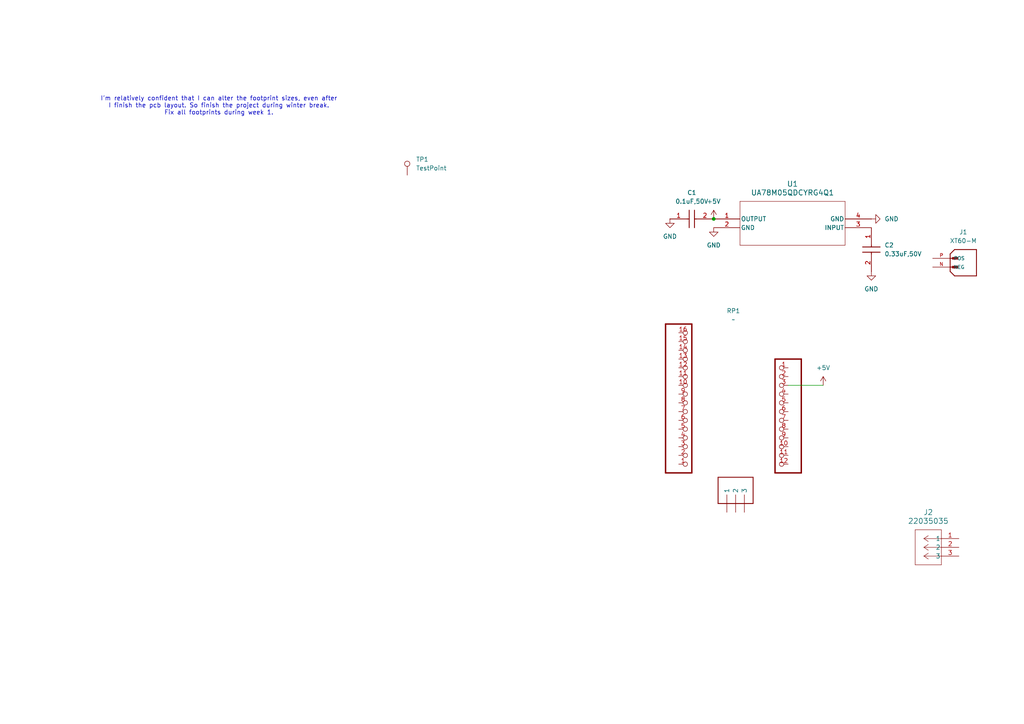
<source format=kicad_sch>
(kicad_sch (version 20231120) (generator "eeschema") (generator_version "8.0")
  (paper "A4")
  (lib_symbols
    (symbol "Connector:TestPoint" (pin_numbers hide) (pin_names (offset 0.762) hide)
      (property "Reference" "TP" (at 0 6.858 0))
      (property "Value" "TestPoint" (at 0 5.08 0))
      (symbol "TestPoint_0_1"
        (circle (center 0 3.302) (radius 0.762))
      )
      (symbol "TestPoint_1_1"
        (pin passive line (at 0 0 90) (length 2.54) (name "1") (number "1"))
      )
    )
    (symbol "SMV_Custom:3-pin Mini Molex Spox" (pin_names (offset 0.254))
      (property "Reference" "J" (at 8.89 6.35 0))
      (property "Value" "22035035" (at -3.81 3.81 0))
      (symbol "3-pin Mini Molex Spox_1_1"
        (polyline (pts (xy 5.08 -7.62) (xy 12.7 -7.62)) (stroke (width 0.127)))
        (polyline (pts (xy 5.08 2.54) (xy 5.08 -7.62)) (stroke (width 0.127)))
        (polyline (pts (xy 10.16 -5.08) (xy 5.08 -5.08)) (stroke (width 0.127)))
        (polyline (pts (xy 10.16 -5.08) (xy 8.89 -5.9267)) (stroke (width 0.127)))
        (polyline (pts (xy 10.16 -5.08) (xy 8.89 -4.2333)) (stroke (width 0.127)))
        (polyline (pts (xy 10.16 -2.54) (xy 5.08 -2.54)) (stroke (width 0.127)))
        (polyline (pts (xy 10.16 -2.54) (xy 8.89 -3.3867)) (stroke (width 0.127)))
        (polyline (pts (xy 10.16 -2.54) (xy 8.89 -1.6933)) (stroke (width 0.127)))
        (polyline (pts (xy 10.16 0) (xy 5.08 0)) (stroke (width 0.127)))
        (polyline (pts (xy 10.16 0) (xy 8.89 -0.8467)) (stroke (width 0.127)))
        (polyline (pts (xy 10.16 0) (xy 8.89 0.8467)) (stroke (width 0.127)))
        (polyline (pts (xy 12.7 -7.62) (xy 12.7 2.54)) (stroke (width 0.127)))
        (polyline (pts (xy 12.7 2.54) (xy 5.08 2.54)) (stroke (width 0.127)))
        (pin unspecified line (at 0 0 0) (length 5.08) (name "1") (number "1"))
        (pin unspecified line (at 0 -2.54 0) (length 5.08) (name "2") (number "2"))
        (pin unspecified line (at 0 -5.08 0) (length 5.08) (name "3") (number "3"))
      )
      (symbol "3-pin Mini Molex Spox_1_2"
        (polyline (pts (xy 5.08 -7.62) (xy 12.7 -7.62)) (stroke (width 0.127)))
        (polyline (pts (xy 5.08 2.54) (xy 5.08 -7.62)) (stroke (width 0.127)))
        (polyline (pts (xy 7.62 -5.08) (xy 5.08 -5.08)) (stroke (width 0.127)))
        (polyline (pts (xy 7.62 -5.08) (xy 8.89 -5.9267)) (stroke (width 0.127)))
        (polyline (pts (xy 7.62 -5.08) (xy 8.89 -4.2333)) (stroke (width 0.127)))
        (polyline (pts (xy 7.62 -2.54) (xy 5.08 -2.54)) (stroke (width 0.127)))
        (polyline (pts (xy 7.62 -2.54) (xy 8.89 -3.3867)) (stroke (width 0.127)))
        (polyline (pts (xy 7.62 -2.54) (xy 8.89 -1.6933)) (stroke (width 0.127)))
        (polyline (pts (xy 7.62 0) (xy 5.08 0)) (stroke (width 0.127)))
        (polyline (pts (xy 7.62 0) (xy 8.89 -0.8467)) (stroke (width 0.127)))
        (polyline (pts (xy 7.62 0) (xy 8.89 0.8467)) (stroke (width 0.127)))
        (polyline (pts (xy 12.7 -7.62) (xy 12.7 2.54)) (stroke (width 0.127)))
        (polyline (pts (xy 12.7 2.54) (xy 5.08 2.54)) (stroke (width 0.127)))
        (pin unspecified line (at 0 0 0) (length 5.08) (name "1") (number "1"))
        (pin unspecified line (at 0 -2.54 0) (length 5.08) (name "2") (number "2"))
        (pin unspecified line (at 0 -5.08 0) (length 5.08) (name "3") (number "3"))
      )
    )
    (symbol "SMV_Custom:C0805C104K5RACTU" (pin_names hide)
      (property "Reference" "C" (at 5.588 4.572 0))
      (property "Value" "0.1uF,50V" (at 8.89 3.81 0))
      (symbol "C0805C104K5RACTU_1_1"
        (polyline (pts (xy 5.08 0) (xy 5.588 0)) (stroke (width 0.254)))
        (polyline (pts (xy 5.588 2.54) (xy 5.588 -2.54)) (stroke (width 0.254)))
        (polyline (pts (xy 7.112 0) (xy 7.62 0)) (stroke (width 0.254)))
        (polyline (pts (xy 7.112 2.54) (xy 7.112 -2.54)) (stroke (width 0.254)))
        (pin passive line (at 0 0 0) (length 5.08) (name "1") (number "1"))
        (pin passive line (at 12.7 0 180) (length 5.08) (name "2") (number "2"))
      )
    )
    (symbol "SMV_Custom:C0805C334K5RACTU" (pin_names hide)
      (property "Reference" "C" (at 8.89 6.35 0))
      (property "Value" "0.33uF,50V" (at 8.89 3.81 0))
      (symbol "C0805C334K5RACTU_1_1"
        (polyline (pts (xy 5.08 0) (xy 5.588 0)) (stroke (width 0.254)))
        (polyline (pts (xy 5.588 2.54) (xy 5.588 -2.54)) (stroke (width 0.254)))
        (polyline (pts (xy 7.112 0) (xy 7.62 0)) (stroke (width 0.254)))
        (polyline (pts (xy 7.112 2.54) (xy 7.112 -2.54)) (stroke (width 0.254)))
        (pin passive line (at 0 0 0) (length 5.08) (name "1") (number "1"))
        (pin passive line (at 12.7 0 180) (length 5.08) (name "2") (number "2"))
      )
    )
    (symbol "SMV_Custom:RP2040"
      (property "Reference" "RP" (at 0 39.37 0))
      (symbol "RP2040_1_0"
        (polyline (pts (xy -20.32 -8.89) (xy -20.32 34.29)) (stroke (width 0.4064)))
        (polyline (pts (xy -20.32 34.29) (xy -12.7 34.29)) (stroke (width 0.4064)))
        (polyline (pts (xy -12.7 -8.89) (xy -20.32 -8.89)) (stroke (width 0.4064)))
        (polyline (pts (xy -12.7 34.29) (xy -12.7 -8.89)) (stroke (width 0.4064)))
        (polyline (pts (xy -5.08 -17.78) (xy 5.08 -17.78)) (stroke (width 0.254)))
        (polyline (pts (xy -5.08 -10.16) (xy -5.08 -17.78)) (stroke (width 0.254)))
        (polyline (pts (xy 5.08 -17.78) (xy 5.08 -10.16)) (stroke (width 0.254)))
        (polyline (pts (xy 5.08 -10.16) (xy -5.08 -10.16)) (stroke (width 0.254)))
        (polyline (pts (xy 11.43 -8.89) (xy 11.43 24.13)) (stroke (width 0.4064)))
        (polyline (pts (xy 11.43 24.13) (xy 19.05 24.13)) (stroke (width 0.4064)))
        (polyline (pts (xy 19.05 -8.89) (xy 11.43 -8.89)) (stroke (width 0.4064)))
        (polyline (pts (xy 19.05 24.13) (xy 19.05 -8.89)) (stroke (width 0.4064)))
        (pin passive inverted (at -16.51 -6.35 0) (length 2.54) (name "1") (number "1"))
        (pin passive line (at -2.54 -20.32 90) (length 5.08) (name "1") (number "1"))
        (pin passive inverted (at 15.24 21.59 180) (length 2.54) (name "1") (number "1"))
        (pin passive inverted (at -16.51 16.51 0) (length 2.54) (name "10") (number "10"))
        (pin passive inverted (at 15.24 -1.27 180) (length 2.54) (name "10") (number "10"))
        (pin passive inverted (at -16.51 19.05 0) (length 2.54) (name "11") (number "11"))
        (pin passive inverted (at 15.24 -3.81 180) (length 2.54) (name "11") (number "11"))
        (pin passive inverted (at -16.51 21.59 0) (length 2.54) (name "12") (number "12"))
        (pin passive inverted (at 15.24 -6.35 180) (length 2.54) (name "12") (number "12"))
        (pin passive inverted (at -16.51 24.13 0) (length 2.54) (name "13") (number "13"))
        (pin passive inverted (at -16.51 26.67 0) (length 2.54) (name "14") (number "14"))
        (pin passive inverted (at -16.51 29.21 0) (length 2.54) (name "15") (number "15"))
        (pin passive inverted (at -16.51 31.75 0) (length 2.54) (name "16") (number "16"))
        (pin passive inverted (at -16.51 -3.81 0) (length 2.54) (name "2") (number "2"))
        (pin passive line (at 0 -20.32 90) (length 5.08) (name "2") (number "2"))
        (pin passive inverted (at 15.24 19.05 180) (length 2.54) (name "2") (number "2"))
        (pin passive inverted (at -16.51 -1.27 0) (length 2.54) (name "3") (number "3"))
        (pin passive line (at 2.54 -20.32 90) (length 5.08) (name "3") (number "3"))
        (pin passive inverted (at 15.24 16.51 180) (length 2.54) (name "3") (number "3"))
        (pin passive inverted (at -16.51 1.27 0) (length 2.54) (name "4") (number "4"))
        (pin passive inverted (at 15.24 13.97 180) (length 2.54) (name "4") (number "4"))
        (pin passive inverted (at -16.51 3.81 0) (length 2.54) (name "5") (number "5"))
        (pin passive inverted (at 15.24 11.43 180) (length 2.54) (name "5") (number "5"))
        (pin passive inverted (at -16.51 6.35 0) (length 2.54) (name "6") (number "6"))
        (pin passive inverted (at 15.24 8.89 180) (length 2.54) (name "6") (number "6"))
        (pin passive inverted (at -16.51 8.89 0) (length 2.54) (name "7") (number "7"))
        (pin passive inverted (at 15.24 6.35 180) (length 2.54) (name "7") (number "7"))
        (pin passive inverted (at -16.51 11.43 0) (length 2.54) (name "8") (number "8"))
        (pin passive inverted (at 15.24 3.81 180) (length 2.54) (name "8") (number "8"))
        (pin passive inverted (at -16.51 13.97 0) (length 2.54) (name "9") (number "9"))
        (pin passive inverted (at 15.24 1.27 180) (length 2.54) (name "9") (number "9"))
      )
    )
    (symbol "SMV_Custom:UA78M05QDCYRG4Q1" (pin_names (offset 0.254))
      (property "Reference" "U" (at 22.86 10.16 0))
      (property "Value" "UA78M05QDCYRG4Q1" (at 24.13 7.62 0))
      (symbol "UA78M05QDCYRG4Q1_0_1"
        (polyline (pts (xy 7.62 -7.62) (xy 38.1 -7.62)) (stroke (width 0.127)))
        (polyline (pts (xy 7.62 5.08) (xy 7.62 -7.62)) (stroke (width 0.127)))
        (polyline (pts (xy 38.1 -7.62) (xy 38.1 5.08)) (stroke (width 0.127)))
        (polyline (pts (xy 38.1 5.08) (xy 7.62 5.08)) (stroke (width 0.127)))
        (pin output line (at 0 0 0) (length 7.62) (name "OUTPUT") (number "1"))
        (pin unspecified line (at 0 -2.54 0) (length 7.62) (name "GND") (number "2"))
        (pin input line (at 45.72 -2.54 180) (length 7.62) (name "INPUT") (number "3"))
      )
      (symbol "UA78M05QDCYRG4Q1_1_1"
        (pin unspecified line (at 45.72 0 180) (length 7.62) (name "GND") (number "4"))
      )
    )
    (symbol "SMV_Custom:XT60-M" (pin_names (offset 1.016))
      (property "Reference" "J" (at 0 6.35 0))
      (property "Value" "XT60-M" (at 0 -5.08 0))
      (symbol "XT60-M_0_0"
        (polyline (pts (xy 0 -1.27) (xy 1.27 -2.54)) (stroke (width 0.254)))
        (polyline (pts (xy 0 0) (xy 1.905 0)) (stroke (width 0.254)))
        (polyline (pts (xy 0 2.54) (xy 0 -1.27)) (stroke (width 0.254)))
        (polyline (pts (xy 0 2.54) (xy 1.905 2.54)) (stroke (width 0.254)))
        (polyline (pts (xy 0 3.81) (xy 0 2.54)) (stroke (width 0.254)))
        (polyline (pts (xy 0 3.81) (xy 1.27 5.08)) (stroke (width 0.254)))
        (polyline (pts (xy 1.27 -2.54) (xy 7.62 -2.54)) (stroke (width 0.254)))
        (polyline (pts (xy 7.62 -2.54) (xy 7.62 5.08)) (stroke (width 0.254)))
        (polyline (pts (xy 7.62 5.08) (xy 1.27 5.08)) (stroke (width 0.254)))
        (rectangle (start 0.635 -0.3175) (end 2.2225 0.3175) (stroke (width 0.1)) (fill (type outline)))
        (rectangle (start 0.635 2.2225) (end 2.2225 2.8575) (stroke (width 0.1)) (fill (type outline)))
        (pin passive line (at -5.08 0 0) (length 5.08) (name "NEG") (number "N"))
        (pin passive line (at -5.08 2.54 0) (length 5.08) (name "POS") (number "P"))
      )
    )
    (symbol "power:+5V" (power) (pin_numbers hide) (pin_names (offset 0) hide)
      (property "Value" "+5V" (at 0 3.556 0))
      (symbol "+5V_0_1"
        (polyline (pts (xy -0.762 1.27) (xy 0 2.54)))
        (polyline (pts (xy 0 0) (xy 0 2.54)))
        (polyline (pts (xy 0 2.54) (xy 0.762 1.27)))
      )
      (symbol "+5V_1_1"
        (pin power_in line (at 0 0 90) (length 0) (name "~") (number "1"))
      )
    )
    (symbol "power:GND" (power) (pin_numbers hide) (pin_names (offset 0) hide)
      (property "Value" "GND" (at 0 -3.81 0))
      (symbol "GND_0_1"
        (polyline (pts (xy 0 0) (xy 0 -1.27) (xy 1.27 -1.27) (xy 0 -2.54) (xy -1.27 -1.27) (xy 0 -1.27)))
      )
      (symbol "GND_1_1"
        (pin power_in line (at 0 0 270) (length 0) (name "~") (number "1"))
      )
    )
  )
  (junction (at 207.01 63.5))
  (wire (pts (xy 228.6 111.76) (xy 238.76 111.76)))
  (text "I'm relatively confident that I can alter the footprint sizes, even after\nI finish the pcb layout. So finish the project during winter break.\nFix all footprints during week 1.\n" (at 63.5 30.734 0) (effects (font (size 1.27 1.27))))
  (symbol (lib_id "SMV_Custom:C0805C334K5RACTU") (at 252.73 66.04 270) (unit 1)
    (property "Reference" "C2" (at 256.54 71.1199 90) (effects (justify left)))
    (property "Value" "0.33uF,50V" (at 256.54 73.6599 90) (effects (justify left)))
    (property "Footprint" "SMV_Passives:Cap0805" (effects (hide yes)))
    (property "Datasheet" "https://content.kemet.com/datasheets/KEM_C1002_X7R_SMD.pdf" (effects (hide yes)))
    (property "Description" "SMD Comm X7R, Ceramic, 0.33 uF, 10%, 50 VDC, 125 VDC, 125C, -55C, X7R, SMD, MLCC, Temperature Stable, Class II, 2.5 % , 1.5152 GOhms, 13 mg, 0805, 2mm, 1.25mm, 0.9mm, 0.75mm, 0.5mm, 4000, 78  Weeks, 80" (effects (hide yes)))
    (property "Height" "1.1" (effects (hide yes)))
    (property "Manufacturer_Name" "KEMET" (effects (hide yes)))
    (property "Manufacturer_Part_Number" "C0805C334K5RACTU" (effects (hide yes)))
    (property "Mouser Part Number" "80-C0805C334K5R" (effects (hide yes)))
    (property "Mouser Price/Stock" "https://www.mouser.co.uk/ProductDetail/KEMET/C0805C334K5RACTU?qs=nRD1PKnFC2Hh3tSy%2FGeH2Q%3D%3D" (effects (hide yes)))
    (property "Arrow Part Number" "C0805C334K5RACTU" (effects (hide yes)))
    (property "Arrow Price/Stock" "https://www.arrow.com/en/products/c0805c334k5ractu/kemet-corporation?region=nac" (effects (hide yes)))
  )
  (symbol (lib_id "power:+5V") (at 207.01 63.5 0) (unit 1)
    (property "Reference" "#PWR05" (effects (hide yes)))
    (property "Value" "+5V" (at 207.01 58.42 0))
    (property "Description" "Power symbol creates a global label with name \"+5V\"" (effects (hide yes)))
  )
  (symbol (lib_id "SMV_Custom:RP2040") (at 213.36 128.27 0) (unit 1)
    (property "Reference" "RP1" (at 212.725 90.17 0))
    (property "Value" "~" (at 212.725 92.71 0))
    (property "Footprint" "SMV_Connectors:RP2040" (effects (hide yes)))
  )
  (symbol (lib_id "power:GND") (at 252.73 63.5 90) (unit 1)
    (property "Reference" "#PWR03" (effects (hide yes)))
    (property "Value" "GND" (at 256.54 63.4999 90) (effects (justify right)))
    (property "Description" "Power symbol creates a global label with name \"GND\" , ground" (effects (hide yes)))
  )
  (symbol (lib_id "power:GND") (at 252.73 78.74 0) (unit 1)
    (property "Reference" "#PWR04" (effects (hide yes)))
    (property "Value" "GND" (at 252.73 83.82 0))
    (property "Description" "Power symbol creates a global label with name \"GND\" , ground" (effects (hide yes)))
  )
  (symbol (lib_id "power:+5V") (at 238.76 111.76 0) (unit 1)
    (property "Reference" "#PWR06" (effects (hide yes)))
    (property "Value" "+5V" (at 238.76 106.68 0))
    (property "Description" "Power symbol creates a global label with name \"+5V\"" (effects (hide yes)))
  )
  (symbol (lib_id "Connector:TestPoint") (at 118.11 50.8 0) (unit 1)
    (property "Reference" "TP1" (at 120.65 46.2279 0) (effects (justify left)))
    (property "Value" "TestPoint" (at 120.65 48.7679 0) (effects (justify left)))
    (property "Description" "test point" (effects (hide yes)))
  )
  (symbol (lib_id "SMV_Custom:3-pin Mini Molex Spox") (at 278.13 156.21 0) (mirror y) (unit 1)
    (property "Reference" "J2" (at 269.24 148.59 0) (effects (font (size 1.524 1.524))))
    (property "Value" "22035035" (at 269.24 151.13 0) (effects (font (size 1.524 1.524))))
    (property "Footprint" "CON_22035035_MOL" (effects (hide yes)))
    (property "Datasheet" "3-pin Mini Molex Spox" (effects (hide yes)))
  )
  (symbol (lib_id "SMV_Custom:XT60-M") (at 275.59 77.47 0) (unit 1)
    (property "Reference" "J1" (at 279.4 67.31 0))
    (property "Value" "XT60-M" (at 279.4 69.85 0))
    (property "Footprint" "SMV_Connectors:AMASS_XT60-M" (effects (hide yes)))
    (property "MF" "AMASS" (effects (hide yes)))
    (property "MAXIMUM_PACKAGE_HEIGHT" "16.00 mm" (effects (hide yes)))
    (property "Package" "Package" (effects (hide yes)))
    (property "Price" "None" (effects (hide yes)))
    (property "Check_prices" "https://www.snapeda.com/parts/XT60-M/AMASS/view-part/?ref=eda" (effects (hide yes)))
    (property "STANDARD" "IPC 7351B" (effects (hide yes)))
    (property "PARTREV" "V1.2" (effects (hide yes)))
    (property "SnapEDA_Link" "https://www.snapeda.com/parts/XT60-M/AMASS/view-part/?ref=snap" (effects (hide yes)))
    (property "MP" "XT60-M" (effects (hide yes)))
    (property "Description_1" "\n                        \n                            Plug; DC supply; XT60; male; PIN: 2; for cable; soldered; 30A; 500V\n                        \n" (effects (hide yes)))
    (property "Availability" "Not in stock" (effects (hide yes)))
    (property "MANUFACTURER" "AMASS" (effects (hide yes)))
  )
  (symbol (lib_id "power:GND") (at 207.01 66.04 0) (unit 1)
    (property "Reference" "#PWR02" (effects (hide yes)))
    (property "Value" "GND" (at 207.01 71.12 0))
    (property "Description" "Power symbol creates a global label with name \"GND\" , ground" (effects (hide yes)))
  )
  (symbol (lib_id "SMV_Custom:C0805C104K5RACTU") (at 194.31 63.5 0) (unit 1)
    (property "Reference" "C1" (at 200.66 55.88 0))
    (property "Value" "0.1uF,50V" (at 200.66 58.42 0))
    (property "Footprint" "SMV_Passives:Cap0805" (effects (hide yes)))
    (property "Datasheet" "https://content.kemet.com/datasheets/KEM_C1002_X7R_SMD.pdf" (effects (hide yes)))
    (property "Description" "SMD Comm X7R, Ceramic, 0.1 uF, 10%, 50 VDC, 125 VDC, 125C, -55C, X7R, SMD, MLCC, Temperature Stable, Class II, 2.5 % , 5 GOhms, 11 mg, 0805, 2mm, 1.25mm, 0.78mm, 0.75mm, 0.5mm, 4000, 78  Weeks, 80" (effects (hide yes)))
    (property "Height" "1.1" (effects (hide yes)))
    (property "Manufacturer_Name" "KEMET" (effects (hide yes)))
    (property "Manufacturer_Part_Number" "C0805C104K5RACTU" (effects (hide yes)))
    (property "Mouser Part Number" "80-C0805C104K5R" (effects (hide yes)))
    (property "Mouser Price/Stock" "https://www.mouser.co.uk/ProductDetail/KEMET/C0805C104K5RACTU?qs=Pc30aiB8zWUISNb2Qeyxfw%3D%3D" (effects (hide yes)))
    (property "Arrow Part Number" "C0805C104K5RACTU" (effects (hide yes)))
    (property "Arrow Price/Stock" "https://www.arrow.com/en/products/c0805c104k5ractu/kemet-corporation?region=nac" (effects (hide yes)))
  )
  (symbol (lib_id "SMV_Custom:UA78M05QDCYRG4Q1") (at 207.01 63.5 0) (unit 1)
    (property "Reference" "U1" (at 229.87 53.34 0) (effects (font (size 1.524 1.524))))
    (property "Value" "UA78M05QDCYRG4Q1" (at 229.87 55.88 0) (effects (font (size 1.524 1.524))))
    (property "Footprint" "SMV_ICs:DCY4_TEX" (effects (hide yes)))
    (property "Datasheet" "UA78M05QDCYRG4Q1" (effects (hide yes)))
  )
  (symbol (lib_id "power:GND") (at 194.31 63.5 0) (unit 1)
    (property "Reference" "#PWR01" (effects (hide yes)))
    (property "Value" "GND" (at 194.31 68.58 0))
    (property "Description" "Power symbol creates a global label with name \"GND\" , ground" (effects (hide yes)))
  )
)
</source>
